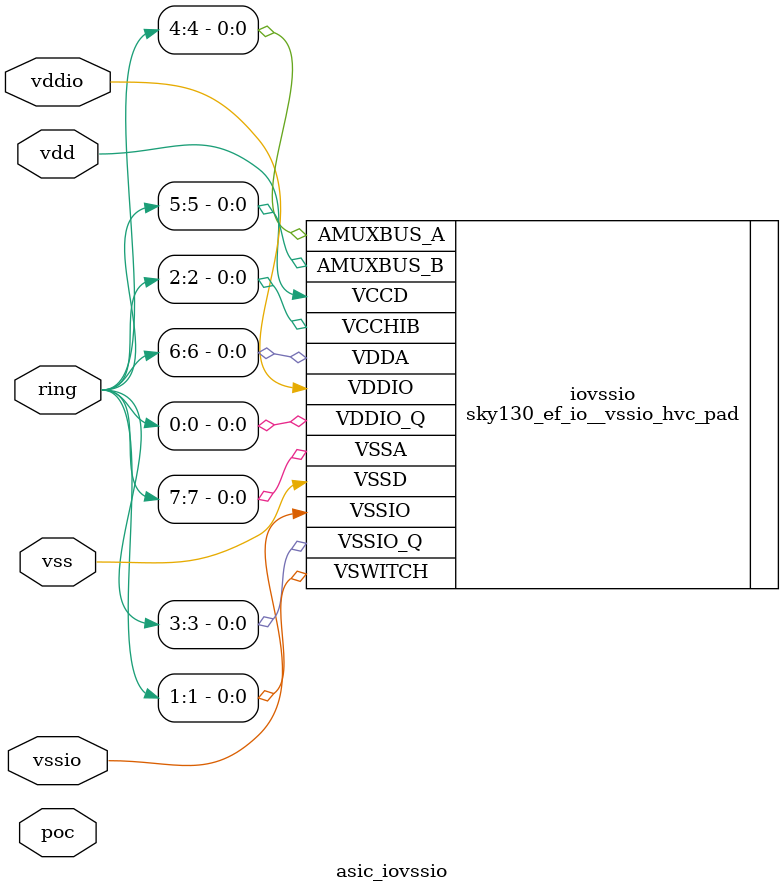
<source format=v>
module asic_iovssio #(
    parameter DIR = "NO",
    parameter TYPE = "SOFT",
    parameter TECH_RING_WIDTH = 8
) (
    inout vdd,
    inout vss,
    inout vddio,
    inout vssio,
    inout poc,

    inout [TECH_RING_WIDTH-1:0] ring
);

sky130_ef_io__vssio_hvc_pad iovssio (
    .VDDIO(vddio),
    .VDDIO_Q(ring[0]),
    .VDDA(ring[6]),
    .VCCD(vdd),
    .VSWITCH(ring[1]),
    .VCCHIB(ring[2]),
    .VSSA(ring[7]),
    .VSSD(vss),
    .VSSIO_Q(ring[3]),
    .VSSIO(vssio),

    .AMUXBUS_A(ring[4]),
    .AMUXBUS_B(ring[5])
);

endmodule
</source>
